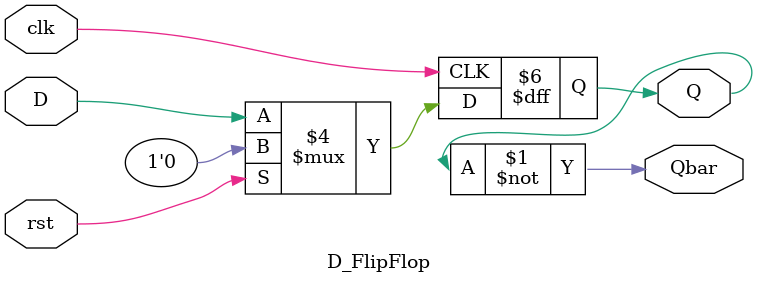
<source format=v>
module D_FlipFlop
(
	input clk,
	input rst,
	input D,
	output reg Q,
	output Qbar
);

assign Qbar = ~Q;	
// Q°ªÀÌ º¯È­ÇÏ°Ô µÇ¸é Qbar°ª¿¡ ¹ÝÀüµÈ Q°ª ÇÒ´ç

//always @(posedge clk or posedge rst)
always @(posedge clk)
begin
	if(rst) Q <= 0;
	else Q <= D;
end

endmodule
</source>
